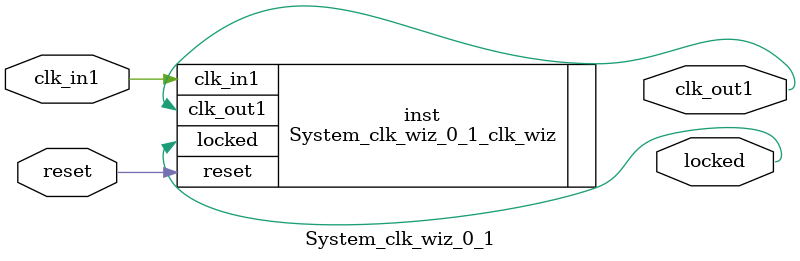
<source format=v>


`timescale 1ps/1ps

(* CORE_GENERATION_INFO = "System_clk_wiz_0_1,clk_wiz_v5_4_2_0,{component_name=System_clk_wiz_0_1,use_phase_alignment=true,use_min_o_jitter=false,use_max_i_jitter=false,use_dyn_phase_shift=false,use_inclk_switchover=false,use_dyn_reconfig=false,enable_axi=0,feedback_source=FDBK_AUTO,PRIMITIVE=MMCM,num_out_clk=1,clkin1_period=10.000,clkin2_period=10.000,use_power_down=false,use_reset=true,use_locked=true,use_inclk_stopped=false,feedback_type=SINGLE,CLOCK_MGR_TYPE=NA,manual_override=false}" *)

module System_clk_wiz_0_1 
 (
  // Clock out ports
  output        clk_out1,
  // Status and control signals
  input         reset,
  output        locked,
 // Clock in ports
  input         clk_in1
 );

  System_clk_wiz_0_1_clk_wiz inst
  (
  // Clock out ports  
  .clk_out1(clk_out1),
  // Status and control signals               
  .reset(reset), 
  .locked(locked),
 // Clock in ports
  .clk_in1(clk_in1)
  );

endmodule

</source>
